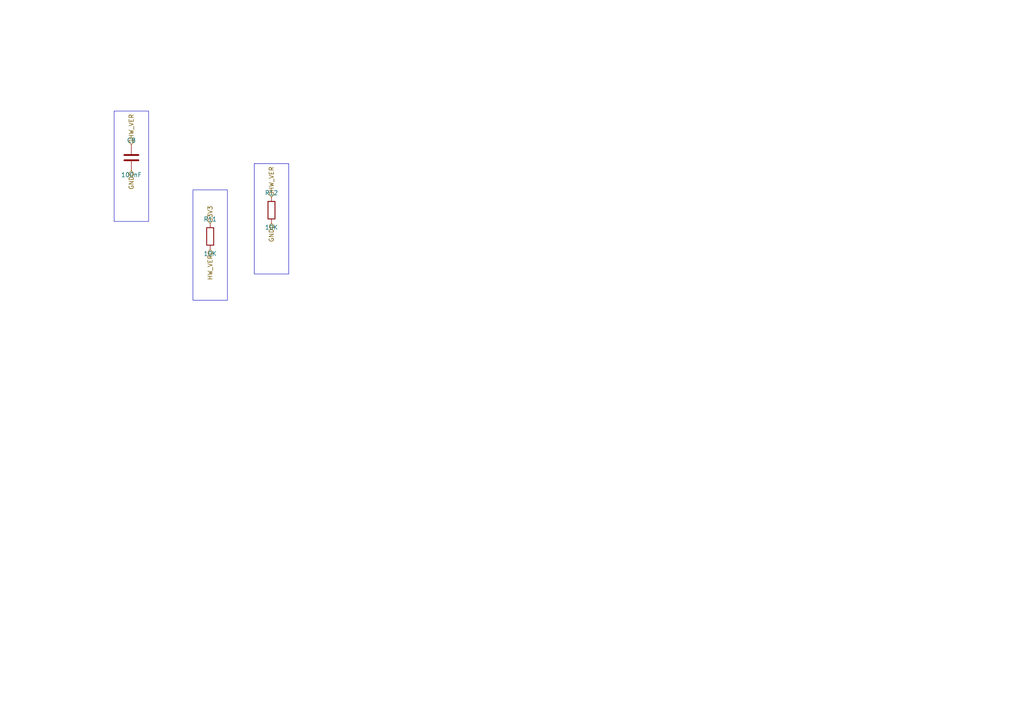
<source format=kicad_sch>
(kicad_sch (version 20250114) (generator "kicad_api") (generator_version 9.0)
  (paper A4)
  (paper A4)
  (lib_symbols
    (symbol "Device:C" (pin_numbers hide) (pin_names (offset 0.254))
      (property "Reference" "C" (at 0.0 0.0 0))
      (property "Value" "C" (at 0.0 0.0 0))
      (symbol "C_0_1"
        (polyline (pts (xy -2.032 0.762) (xy 2.032 0.762)) (stroke (width 0.508)))
        (polyline (pts (xy -2.032 -0.762) (xy 2.032 -0.762)) (stroke (width 0.508)))
      )
      (symbol "C_1_1"
        (pin passive line (at 0.0 3.81 270) (length 2.794) (name ~) (number "1"))
        (pin passive line (at 0.0 -3.81 90) (length 2.794) (name ~) (number "2"))
      )
    )
    (symbol "Device:R" (pin_numbers hide) (pin_names (offset 0.254))
      (property "Reference" "R" (at 0.0 0.0 0))
      (property "Value" "R" (at 0.0 0.0 0))
      (symbol "R_0_1"
        (rectangle (start -1.016 -2.54) (end 1.016 2.54) (stroke (width 0.254)))
      )
      (symbol "R_1_1"
        (pin passive line (at 0.0 3.81 270) (length 1.27) (name ~) (number "1"))
        (pin passive line (at 0.0 -3.81 90) (length 1.27) (name ~) (number "2"))
      )
    )
  )
  (title_block (title HW_version) (date 2025-07-25) (company Circuit-Synth))
  (symbol (lib_id Device:R) (at 60.96 68.58 0)
    (property "Reference" "R11" (at 60.96 63.58 0))
    (property "Value" "10K" (at 60.96 73.58 0))
    (property "Footprint" "Resistor_SMD:R_0603_1608Metric" (effects (hide yes)))
    (instances (project "circuit" (path "" (reference R11) (unit 1))) (project "example_kicad_project" (path "" (reference R11) (unit 1))))
  )
  (symbol (lib_id Device:R) (at 78.74 60.96 0)
    (property "Reference" "R12" (at 78.74 55.96 0))
    (property "Value" "10K" (at 78.74 65.96000000000001 0))
    (property "Footprint" "Resistor_SMD:R_0603_1608Metric" (effects (hide yes)))
    (instances (project "circuit" (path "" (reference R12) (unit 1))) (project "example_kicad_project" (path "" (reference R12) (unit 1))))
  )
  (symbol (lib_id Device:C) (at 38.1 45.72 0)
    (property "Reference" "C8" (at 38.1 40.72 0))
    (property "Value" "100nF" (at 38.1 50.72 0))
    (property "Footprint" "Capacitor_SMD:C_0603_1608Metric" (effects (hide yes)))
    (instances (project "circuit" (path "" (reference C8) (unit 1))) (project "example_kicad_project" (path "" (reference C8) (unit 1))))
  )
  (hierarchical_label 3V3 (shape input) (at 60.96 64.77 90))
  (hierarchical_label HW_VER (shape input) (at 60.96 72.39 270))
  (hierarchical_label HW_VER (shape input) (at 78.74 57.15 90))
  (hierarchical_label HW_VER (shape input) (at 38.1 41.91 90))
  (hierarchical_label GND (shape input) (at 78.74 64.77 270))
  (hierarchical_label GND (shape input) (at 38.1 49.53 270))
  (rectangle (start 55.96 55.071) (end 65.96000000000001 87.089) (stroke (width 0.127)))
  (rectangle (start 73.74 47.451) (end 83.74 79.469) (stroke (width 0.127)))
  (rectangle (start 33.1 32.211) (end 43.1 64.229) (stroke (width 0.127)))
)
</source>
